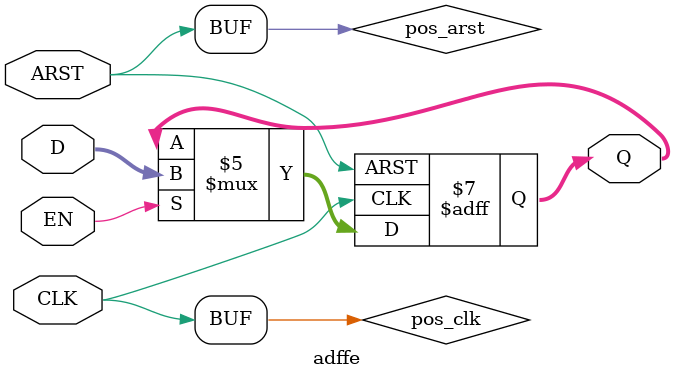
<source format=v>
module adffe (CLK, ARST, EN, D, Q);
    
    parameter WIDTH = 2;
    parameter CLK_POLARITY = 1'b1;
    parameter EN_POLARITY = 1'b1;
    parameter ARST_POLARITY = 1'b1;
    parameter ARST_VALUE = 0;
    
    input CLK, ARST, EN;
    input [WIDTH-1:0] D;
    output reg [WIDTH-1:0] Q;
    wire pos_clk = CLK == CLK_POLARITY;
    wire pos_arst = ARST == ARST_POLARITY;
    
    always @(posedge pos_clk, posedge pos_arst) begin
        if (pos_arst)
            Q <= ARST_VALUE;
        else if (EN == EN_POLARITY)
            Q <= D;
    end
    
endmodule


</source>
